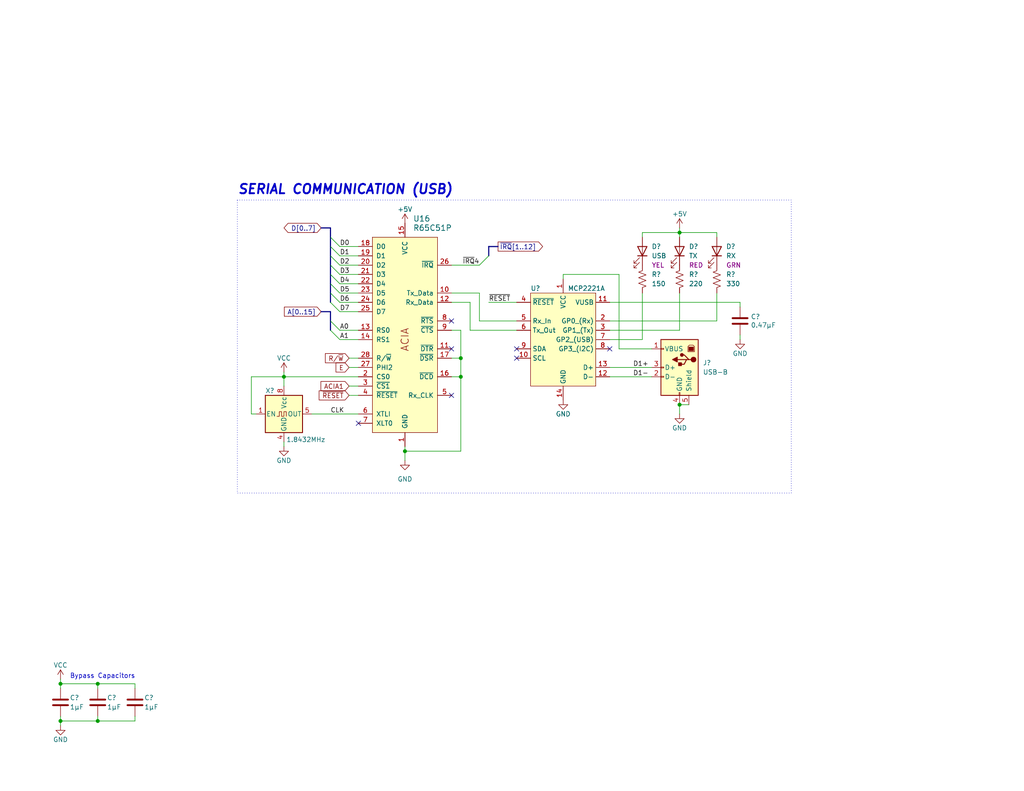
<source format=kicad_sch>
(kicad_sch (version 20230121) (generator eeschema)
  (paper "USLetter")
  (title_block (title "ACIA and Priority Interrupt Controller") (date "2024-01-16") (rev "1.0") (company "Frédéric Segard") (comment 1 "MicroHobbyist") (comment 2 "microhobbyist.com"))
  (lib_symbols
    (symbol "+5V_1" (power) (pin_names (offset 0))
      (property "Value" "+5V_1" (at 0 3.556 0))
      (symbol "+5V_1_0_1"
        (polyline (pts (xy -0.762 1.27) (xy 0 2.54)))
        (polyline (pts (xy 0 0) (xy 0 2.54)))
        (polyline (pts (xy 0 2.54) (xy 0.762 1.27)))
      )
      (symbol "+5V_1_1_1"
        (pin power_in line (at 0 0 90) (length 0) hide (name "+5V") (number "1"))
      )
    )
    (symbol "0_Library:MCP2221A"
      (property "Reference" "U" (at -10.16 1.27 0))
      (property "Value" "MCP2221A" (at 1.27 1.27 0))
      (symbol "MCP2221A_0_1"
        (rectangle (start -8.89 0) (end 8.89 -25.4) (stroke (width 0.1524)) (fill (type background)))
      )
      (symbol "MCP2221A_1_1"
        (pin power_in line (at 0 3.81 270) (length 3.81) (name "VCC") (number "1"))
        (pin bidirectional line (at -12.7 -17.78 0) (length 3.81) (name "SCL") (number "10"))
        (pin power_out line (at 12.7 -2.54 180) (length 3.81) (name "VUSB") (number "11"))
        (pin bidirectional line (at 12.7 -22.86 180) (length 3.81) (name "D-") (number "12"))
        (pin bidirectional line (at 12.7 -20.32 180) (length 3.81) (name "D+") (number "13"))
        (pin power_in line (at 0 -29.21 90) (length 3.81) (name "GND") (number "14"))
        (pin bidirectional line (at 12.7 -7.62 180) (length 3.81) (name "GP0_(Rx)") (number "2"))
        (pin bidirectional line (at 12.7 -10.16 180) (length 3.81) (name "GP1_(Tx)") (number "3"))
        (pin input line (at -12.7 -2.54 0) (length 3.81) (name "~{RESET}") (number "4"))
        (pin input line (at -12.7 -7.62 0) (length 3.81) (name "Rx_In") (number "5"))
        (pin output line (at -12.7 -10.16 0) (length 3.81) (name "Tx_Out") (number "6"))
        (pin bidirectional line (at 12.7 -12.7 180) (length 3.81) (name "GP2_(USB)") (number "7"))
        (pin bidirectional line (at 12.7 -15.24 180) (length 3.81) (name "GP3_(I2C)") (number "8"))
        (pin bidirectional line (at -12.7 -15.24 0) (length 3.81) (name "SDA") (number "9"))
      )
    )
    (symbol "0_Library:R65C51" (pin_names (offset 1.016))
      (property "Reference" "U" (at -8.89 19.05 0))
      (property "Value" "R65C51P" (at 1.27 19.05 0))
      (symbol "R65C51_0_1"
        (rectangle (start -8.89 17.78) (end 8.89 -35.56) (fill (type background)))
      )
      (symbol "R65C51_1_0"
        (text "ACIA" (at 0 -10.16 900) (effects (font (size 2 2))))
      )
      (symbol "R65C51_1_1"
        (pin power_in line (at 0 -39.37 90) (length 3.81) (name "GND") (number "1"))
        (pin output line (at 12.7 2.54 180) (length 3.81) (name "Tx_Data") (number "10"))
        (pin output line (at 12.7 -12.7 180) (length 3.81) (name "~{DTR}") (number "11"))
        (pin input line (at 12.7 0 180) (length 3.81) (name "Rx_Data") (number "12"))
        (pin input line (at -12.7 -7.62 0) (length 3.81) (name "RS0") (number "13"))
        (pin input line (at -12.7 -10.16 0) (length 3.81) (name "RS1") (number "14"))
        (pin power_in line (at 0 21.59 270) (length 3.81) (name "VCC") (number "15"))
        (pin input line (at 12.7 -20.32 180) (length 3.81) (name "~{DCD}") (number "16"))
        (pin input line (at 12.7 -15.24 180) (length 3.81) (name "~{DSR}") (number "17"))
        (pin bidirectional line (at -12.7 15.24 0) (length 3.81) (name "D0") (number "18"))
        (pin bidirectional line (at -12.7 12.7 0) (length 3.81) (name "D1") (number "19"))
        (pin input line (at -12.7 -20.32 0) (length 3.81) (name "CS0") (number "2"))
        (pin bidirectional line (at -12.7 10.16 0) (length 3.81) (name "D2") (number "20"))
        (pin bidirectional line (at -12.7 7.62 0) (length 3.81) (name "D3") (number "21"))
        (pin bidirectional line (at -12.7 5.08 0) (length 3.81) (name "D4") (number "22"))
        (pin bidirectional line (at -12.7 2.54 0) (length 3.81) (name "D5") (number "23"))
        (pin bidirectional line (at -12.7 0 0) (length 3.81) (name "D6") (number "24"))
        (pin bidirectional line (at -12.7 -2.54 0) (length 3.81) (name "D7") (number "25"))
        (pin output line (at 12.7 10.16 180) (length 3.81) (name "~{IRQ}") (number "26"))
        (pin input line (at -12.7 -17.78 0) (length 3.81) (name "PHI2") (number "27"))
        (pin input line (at -12.7 -15.24 0) (length 3.81) (name "R/~{W}") (number "28"))
        (pin input line (at -12.7 -22.86 0) (length 3.81) (name "~{CS1}") (number "3"))
        (pin input line (at -12.7 -25.4 0) (length 3.81) (name "~{RESET}") (number "4"))
        (pin bidirectional line (at 12.7 -25.4 180) (length 3.81) (name "Rx_CLK") (number "5"))
        (pin input line (at -12.7 -30.48 0) (length 3.81) (name "XTLI") (number "6"))
        (pin input line (at -12.7 -33.02 0) (length 3.81) (name "XLT0") (number "7"))
        (pin output line (at 12.7 -5.08 180) (length 3.81) (name "~{RTS}") (number "8"))
        (pin input line (at 12.7 -7.62 180) (length 3.81) (name "~{CTS}") (number "9"))
      )
    )
    (symbol "Connector:USB_B" (pin_names (offset 1.016))
      (property "Reference" "J" (at -5.08 11.43 0))
      (property "Value" "USB_B" (at -5.08 8.89 0))
      (symbol "USB_B_0_1"
        (rectangle (start -5.08 -7.62) (end 5.08 7.62) (stroke (width 0.254)) (fill (type background)))
        (circle (center -3.81 2.159) (radius 0.635) (stroke (width 0.254)) (fill (type outline)))
        (rectangle (start -3.81 5.588) (end -2.54 4.572) (fill (type outline)))
        (circle (center -0.635 3.429) (radius 0.381) (stroke (width 0.254)) (fill (type outline)))
        (rectangle (start -0.127 -7.62) (end 0.127 -6.858))
        (polyline (pts (xy -1.905 2.159) (xy 0.635 2.159)) (stroke (width 0.254)))
        (polyline (pts (xy -3.175 2.159) (xy -2.54 2.159) (xy -1.27 3.429) (xy -0.635 3.429)) (stroke (width 0.254)))
        (polyline (pts (xy -2.54 2.159) (xy -1.905 2.159) (xy -1.27 0.889) (xy 0 0.889)) (stroke (width 0.254)))
        (polyline (pts (xy 0.635 2.794) (xy 0.635 1.524) (xy 1.905 2.159) (xy 0.635 2.794)) (stroke (width 0.254)) (fill (type outline)))
        (polyline (pts (xy -4.064 4.318) (xy -2.286 4.318) (xy -2.286 5.715) (xy -2.667 6.096) (xy -3.683 6.096) (xy -4.064 5.715) (xy -4.064 4.318)))
        (rectangle (start 0.254 1.27) (end -0.508 0.508) (stroke (width 0.254)) (fill (type outline)))
        (rectangle (start 5.08 -2.667) (end 4.318 -2.413))
        (rectangle (start 5.08 -0.127) (end 4.318 0.127))
        (rectangle (start 5.08 4.953) (end 4.318 5.207))
      )
      (symbol "USB_B_1_1"
        (pin power_out line (at 7.62 5.08 180) (length 2.54) (name "VBUS") (number "1"))
        (pin bidirectional line (at 7.62 -2.54 180) (length 2.54) (name "D-") (number "2"))
        (pin bidirectional line (at 7.62 0 180) (length 2.54) (name "D+") (number "3"))
        (pin power_out line (at 0 -10.16 90) (length 2.54) (name "GND") (number "4"))
        (pin passive line (at -2.54 -10.16 90) (length 2.54) (name "Shield") (number "5"))
      )
    )
    (symbol "Device:C" (pin_numbers hide) (pin_names (offset 0.254))
      (property "Reference" "C" (at 0.635 2.54 0))
      (property "Value" "C" (at 0.635 -2.54 0))
      (symbol "C_0_1"
        (polyline (pts (xy -2.032 -0.762) (xy 2.032 -0.762)) (stroke (width 0.508)))
        (polyline (pts (xy -2.032 0.762) (xy 2.032 0.762)) (stroke (width 0.508)))
      )
      (symbol "C_1_1"
        (pin passive line (at 0 3.81 270) (length 2.794) (name "~") (number "1"))
        (pin passive line (at 0 -3.81 90) (length 2.794) (name "~") (number "2"))
      )
    )
    (symbol "Device:LED" (pin_numbers hide) (pin_names (offset 1.016) hide)
      (property "Reference" "D" (at 0 2.54 0))
      (property "Value" "LED" (at 0 -2.54 0))
      (symbol "LED_0_1"
        (polyline (pts (xy -1.27 -1.27) (xy -1.27 1.27)) (stroke (width 0.254)))
        (polyline (pts (xy -1.27 0) (xy 1.27 0)))
        (polyline (pts (xy 1.27 -1.27) (xy 1.27 1.27) (xy -1.27 0) (xy 1.27 -1.27)) (stroke (width 0.254)))
        (polyline (pts (xy -3.048 -0.762) (xy -4.572 -2.286) (xy -3.81 -2.286) (xy -4.572 -2.286) (xy -4.572 -1.524)))
        (polyline (pts (xy -1.778 -0.762) (xy -3.302 -2.286) (xy -2.54 -2.286) (xy -3.302 -2.286) (xy -3.302 -1.524)))
      )
      (symbol "LED_1_1"
        (pin passive line (at -3.81 0 0) (length 2.54) (name "K") (number "1"))
        (pin passive line (at 3.81 0 180) (length 2.54) (name "A") (number "2"))
      )
    )
    (symbol "Device:R_US" (pin_numbers hide) (pin_names (offset 0))
      (property "Reference" "R" (at 2.54 0 90))
      (property "Value" "R_US" (at -2.54 0 90))
      (symbol "R_US_0_1"
        (polyline (pts (xy 0 -2.286) (xy 0 -2.54)))
        (polyline (pts (xy 0 2.286) (xy 0 2.54)))
        (polyline (pts (xy 0 -0.762) (xy 1.016 -1.143) (xy 0 -1.524) (xy -1.016 -1.905) (xy 0 -2.286)))
        (polyline (pts (xy 0 0.762) (xy 1.016 0.381) (xy 0 0) (xy -1.016 -0.381) (xy 0 -0.762)))
        (polyline (pts (xy 0 2.286) (xy 1.016 1.905) (xy 0 1.524) (xy -1.016 1.143) (xy 0 0.762)))
      )
      (symbol "R_US_1_1"
        (pin passive line (at 0 3.81 270) (length 1.27) (name "~") (number "1"))
        (pin passive line (at 0 -3.81 90) (length 1.27) (name "~") (number "2"))
      )
    )
    (symbol "GND_1" (power) (pin_names (offset 0))
      (property "Value" "GND_1" (at 0 -3.81 0))
      (symbol "GND_1_0_1"
        (polyline (pts (xy 0 0) (xy 0 -1.27) (xy 1.27 -1.27) (xy 0 -2.54) (xy -1.27 -1.27) (xy 0 -1.27)))
      )
      (symbol "GND_1_1_1"
        (pin power_in line (at 0 0 270) (length 0) hide (name "GND") (number "1"))
      )
    )
    (symbol "Oscillator:CXO_DIP8" (pin_names (offset 0.254))
      (property "Reference" "X" (at -5.08 6.35 0))
      (property "Value" "CXO_DIP8" (at 1.27 -6.35 0))
      (symbol "CXO_DIP8_0_1"
        (rectangle (start -5.08 5.08) (end 5.08 -5.08) (stroke (width 0.254)) (fill (type background)))
        (polyline (pts (xy -1.905 -0.635) (xy -1.27 -0.635) (xy -1.27 0.635) (xy -0.635 0.635) (xy -0.635 -0.635) (xy 0 -0.635) (xy 0 0.635) (xy 0.635 0.635) (xy 0.635 -0.635)))
      )
      (symbol "CXO_DIP8_1_1"
        (pin input line (at -7.62 0 0) (length 2.54) (name "EN") (number "1"))
        (pin power_in line (at 0 -7.62 90) (length 2.54) (name "GND") (number "4"))
        (pin output line (at 7.62 0 180) (length 2.54) (name "OUT") (number "5"))
        (pin power_in line (at 0 7.62 270) (length 2.54) (name "Vcc") (number "8"))
      )
    )
    (symbol "power:GND" (power) (pin_names (offset 0))
      (property "Value" "GND" (at 0 -3.81 0))
      (symbol "GND_0_1"
        (polyline (pts (xy 0 0) (xy 0 -1.27) (xy 1.27 -1.27) (xy 0 -2.54) (xy -1.27 -1.27) (xy 0 -1.27)))
      )
      (symbol "GND_1_1"
        (pin power_in line (at 0 0 270) (length 0) hide (name "GND") (number "1"))
      )
    )
    (symbol "power:VCC" (power) (pin_names (offset 0))
      (property "Value" "VCC" (at 0 3.81 0))
      (symbol "VCC_0_1"
        (polyline (pts (xy -0.762 1.27) (xy 0 2.54)))
        (polyline (pts (xy 0 0) (xy 0 2.54)))
        (polyline (pts (xy 0 2.54) (xy 0.762 1.27)))
      )
      (symbol "VCC_1_1"
        (pin power_in line (at 0 0 90) (length 0) hide (name "VCC") (number "1"))
      )
    )
  )
  (junction (at 185.42 63.5))
  (junction (at 110.49 123.19))
  (junction (at 26.67 196.85))
  (junction (at 26.67 186.69))
  (junction (at 125.73 102.87))
  (junction (at 77.47 102.87))
  (junction (at 16.51 196.85))
  (junction (at 125.73 97.79))
  (junction (at 16.51 186.69))
  (junction (at 185.42 110.49))
  (no_connect (at 140.97 95.25))
  (no_connect (at 140.97 97.79))
  (no_connect (at 97.79 115.57))
  (no_connect (at 123.19 87.63))
  (no_connect (at 123.19 95.25))
  (no_connect (at 123.19 107.95))
  (no_connect (at 166.37 95.25))
  (bus_entry (at 90.17 80.01) (size 2.54 2.54))
  (bus_entry (at 90.17 90.17) (size 2.54 2.54))
  (bus_entry (at 90.17 77.47) (size 2.54 2.54))
  (bus_entry (at 130.81 72.39) (size 2.54 -2.54))
  (bus_entry (at 90.17 82.55) (size 2.54 2.54))
  (bus_entry (at 90.17 67.31) (size 2.54 2.54))
  (bus_entry (at 90.17 74.93) (size 2.54 2.54))
  (bus_entry (at 90.17 69.85) (size 2.54 2.54))
  (bus_entry (at 90.17 64.77) (size 2.54 2.54))
  (bus_entry (at 90.17 72.39) (size 2.54 2.54))
  (bus_entry (at 90.17 87.63) (size 2.54 2.54))
  (wire (pts (xy 92.71 80.01) (xy 97.79 80.01)))
  (wire (pts (xy 68.58 113.03) (xy 68.58 102.87)))
  (wire (pts (xy 110.49 123.19) (xy 110.49 125.73)))
  (wire (pts (xy 36.83 195.58) (xy 36.83 196.85)))
  (bus (pts (xy 90.17 67.31) (xy 90.17 64.77)))
  (wire (pts (xy 125.73 97.79) (xy 123.19 97.79)))
  (wire (pts (xy 195.58 63.5) (xy 195.58 64.77)))
  (wire (pts (xy 185.42 63.5) (xy 195.58 63.5)))
  (wire (pts (xy 26.67 195.58) (xy 26.67 196.85)))
  (wire (pts (xy 168.91 74.93) (xy 153.67 74.93)))
  (wire (pts (xy 125.73 90.17) (xy 125.73 97.79)))
  (wire (pts (xy 85.09 113.03) (xy 97.79 113.03)))
  (bus (pts (xy 87.63 62.23) (xy 90.17 62.23)))
  (bus (pts (xy 90.17 80.01) (xy 90.17 77.47)))
  (wire (pts (xy 92.71 69.85) (xy 97.79 69.85)))
  (bus (pts (xy 90.17 69.85) (xy 90.17 67.31)))
  (wire (pts (xy 36.83 186.69) (xy 36.83 187.96)))
  (wire (pts (xy 16.51 186.69) (xy 16.51 187.96)))
  (wire (pts (xy 175.26 63.5) (xy 175.26 64.77)))
  (bus (pts (xy 90.17 87.63) (xy 90.17 90.17)))
  (wire (pts (xy 166.37 102.87) (xy 177.8 102.87)))
  (wire (pts (xy 123.19 90.17) (xy 125.73 90.17)))
  (bus (pts (xy 90.17 82.55) (xy 90.17 80.01)))
  (wire (pts (xy 195.58 87.63) (xy 195.58 80.01)))
  (wire (pts (xy 95.25 107.95) (xy 97.79 107.95)))
  (wire (pts (xy 123.19 82.55) (xy 128.27 82.55)))
  (wire (pts (xy 16.51 185.42) (xy 16.51 186.69)))
  (wire (pts (xy 133.35 82.55) (xy 140.97 82.55)))
  (wire (pts (xy 110.49 123.19) (xy 110.49 121.92)))
  (bus (pts (xy 133.35 69.85) (xy 133.35 67.31)))
  (wire (pts (xy 16.51 186.69) (xy 26.67 186.69)))
  (wire (pts (xy 92.71 67.31) (xy 97.79 67.31)))
  (wire (pts (xy 125.73 123.19) (xy 110.49 123.19)))
  (wire (pts (xy 125.73 102.87) (xy 125.73 97.79)))
  (wire (pts (xy 168.91 95.25) (xy 168.91 74.93)))
  (wire (pts (xy 153.67 74.93) (xy 153.67 76.2)))
  (wire (pts (xy 185.42 110.49) (xy 185.42 113.03)))
  (wire (pts (xy 92.71 72.39) (xy 97.79 72.39)))
  (wire (pts (xy 69.85 113.03) (xy 68.58 113.03)))
  (wire (pts (xy 92.71 74.93) (xy 97.79 74.93)))
  (wire (pts (xy 130.81 87.63) (xy 130.81 80.01)))
  (wire (pts (xy 128.27 82.55) (xy 128.27 90.17)))
  (wire (pts (xy 166.37 100.33) (xy 177.8 100.33)))
  (wire (pts (xy 26.67 196.85) (xy 36.83 196.85)))
  (wire (pts (xy 77.47 102.87) (xy 97.79 102.87)))
  (wire (pts (xy 185.42 110.49) (xy 187.96 110.49)))
  (wire (pts (xy 77.47 102.87) (xy 77.47 105.41)))
  (wire (pts (xy 92.71 82.55) (xy 97.79 82.55)))
  (wire (pts (xy 130.81 80.01) (xy 123.19 80.01)))
  (wire (pts (xy 92.71 92.71) (xy 97.79 92.71)))
  (wire (pts (xy 166.37 82.55) (xy 201.93 82.55)))
  (bus (pts (xy 90.17 77.47) (xy 90.17 74.93)))
  (wire (pts (xy 175.26 80.01) (xy 175.26 92.71)))
  (wire (pts (xy 125.73 102.87) (xy 125.73 123.19)))
  (wire (pts (xy 185.42 90.17) (xy 185.42 80.01)))
  (wire (pts (xy 166.37 87.63) (xy 195.58 87.63)))
  (bus (pts (xy 90.17 74.93) (xy 90.17 72.39)))
  (wire (pts (xy 77.47 101.6) (xy 77.47 102.87)))
  (wire (pts (xy 26.67 186.69) (xy 26.67 187.96)))
  (wire (pts (xy 95.25 97.79) (xy 97.79 97.79)))
  (wire (pts (xy 201.93 83.82) (xy 201.93 82.55)))
  (wire (pts (xy 92.71 90.17) (xy 97.79 90.17)))
  (bus (pts (xy 90.17 64.77) (xy 90.17 62.23)))
  (wire (pts (xy 123.19 102.87) (xy 125.73 102.87)))
  (wire (pts (xy 166.37 90.17) (xy 185.42 90.17)))
  (wire (pts (xy 140.97 87.63) (xy 130.81 87.63)))
  (bus (pts (xy 133.35 67.31) (xy 135.89 67.31)))
  (wire (pts (xy 26.67 186.69) (xy 36.83 186.69)))
  (wire (pts (xy 92.71 85.09) (xy 97.79 85.09)))
  (wire (pts (xy 95.25 105.41) (xy 97.79 105.41)))
  (wire (pts (xy 16.51 196.85) (xy 26.67 196.85)))
  (wire (pts (xy 68.58 102.87) (xy 77.47 102.87)))
  (bus (pts (xy 90.17 87.63) (xy 90.17 85.09)))
  (wire (pts (xy 16.51 196.85) (xy 16.51 198.12)))
  (wire (pts (xy 185.42 62.23) (xy 185.42 63.5)))
  (wire (pts (xy 16.51 195.58) (xy 16.51 196.85)))
  (wire (pts (xy 95.25 100.33) (xy 97.79 100.33)))
  (wire (pts (xy 123.19 72.39) (xy 130.81 72.39)))
  (wire (pts (xy 175.26 63.5) (xy 185.42 63.5)))
  (wire (pts (xy 77.47 121.92) (xy 77.47 120.65)))
  (wire (pts (xy 128.27 90.17) (xy 140.97 90.17)))
  (wire (pts (xy 166.37 92.71) (xy 175.26 92.71)))
  (wire (pts (xy 177.8 95.25) (xy 168.91 95.25)))
  (wire (pts (xy 201.93 92.71) (xy 201.93 91.44)))
  (wire (pts (xy 185.42 63.5) (xy 185.42 64.77)))
  (wire (pts (xy 92.71 77.47) (xy 97.79 77.47)))
  (bus (pts (xy 90.17 72.39) (xy 90.17 69.85)))
  (bus (pts (xy 87.63 85.09) (xy 90.17 85.09)))
  (rectangle (start 64.77 54.61) (end 215.9 134.62) (stroke (width 0) (type dot)))
  (text "Bypass Capacitors" (at 19.05 185.42 0) (effects (font (size 1.27 1.27)) (justify left bottom)))
  (text "SERIAL COMMUNICATION (USB)" (at 64.77 53.34 0) (effects (font (size 2.54 2.54) (thickness 0.508) bold italic) (justify left bottom)))
  (label "D1+" (at 172.72 100.33 0))
  (label "A1" (at 92.71 92.71 0))
  (label "D6" (at 92.71 82.55 0))
  (label "D3" (at 92.71 74.93 0))
  (label "D5" (at 92.71 80.01 0))
  (label "~{RESET}" (at 133.35 82.55 0))
  (label "A0" (at 92.71 90.17 0))
  (label "D4" (at 92.71 77.47 0))
  (label "D1-" (at 172.72 102.87 0))
  (label "D1" (at 92.71 69.85 0))
  (label "D0" (at 92.71 67.31 0))
  (label "D2" (at 92.71 72.39 0))
  (label "~{IRQ}4" (at 130.81 72.39 180))
  (label "D7" (at 92.71 85.09 0))
  (label "CLK" (at 90.17 113.03 0))
  (global_label "D[0..7]" (shape bidirectional) (at 87.63 62.23 180) (property "Intersheetrefs" "${INTERSHEET_REFS}" (effects hide)))
  (global_label "E" (shape input) (at 95.25 100.33 180) (property "Intersheetrefs" "${INTERSHEET_REFS}" (effects hide)))
  (global_label "ACIA1" (shape input) (at 95.25 105.41 180) (property "Intersheetrefs" "${INTERSHEET_REFS}" (effects hide)))
  (global_label "~{RESET}" (shape input) (at 95.25 107.95 180) (property "Intersheetrefs" "${INTERSHEET_REFS}" (effects hide)))
  (global_label "A[0..15]" (shape input) (at 87.63 85.09 180) (property "Intersheetrefs" "${INTERSHEET_REFS}" (effects hide)))
  (global_label "R{slash}~{W}" (shape input) (at 95.25 97.79 180) (property "Intersheetrefs" "${INTERSHEET_REFS}" (effects hide)))
  (global_label "~{IRQ}[1..12]" (shape output) (at 135.89 67.31 0) (property "Intersheetrefs" "${INTERSHEET_REFS}" (effects hide)))
  (symbol (lib_id "power:GND") (at 110.49 125.73 0) (unit 1)
    (property "Reference" "#PWR055" (effects hide))
    (property "Value" "GND" (at 110.49 130.81 0))
    (instances (project "Ep4 - ACIA and priority encoder" (path "" (reference "#PWR055") (unit 1)) (path "" (reference "#PWR072") (unit 1))))
  )
  (symbol (lib_id "0_Library:R65C51") (at 110.49 82.55 0) (unit 1)
    (property "Reference" "U16" (at 112.6841 59.69 0) (effects (font (size 1.524 1.524)) (justify left)))
    (property "Value" "R65C51P" (at 112.6841 62.23 0) (effects (font (size 1.524 1.524)) (justify left)))
    (property "Footprint" "Package_DIP:DIP-28_W15.24mm_Socket" (effects hide))
    (instances (project "Ep4 - ACIA and priority encoder" (path "" (reference "U16") (unit 1)) (path "" (reference "U12") (unit 1))))
  )
  (symbol (lib_id "power:VCC") (at 77.47 101.6 0) (unit 1)
    (property "Reference" "#PWR?" (effects hide))
    (property "Value" "VCC" (at 77.47 97.79 0))
    (instances (project "Ep4 - ACIA and priority encoder" (path "" (reference "#PWR?") (unit 1)) (path "" (reference "#PWR051") (unit 1)) (path "" (reference "#PWR068") (unit 1))))
  )
  (symbol (lib_id "Device:LED") (at 185.42 68.58 270) (mirror x) (unit 1)
    (property "Reference" "D?" (at 187.96 67.31 90) (effects (justify left)))
    (property "Value" "TX" (at 187.96 69.85 90) (effects (justify left)))
    (property "Footprint" "LED_THT:LED_D3.0mm_Horizontal_O1.27mm_Z2.0mm_Clear" (effects hide))
    (property "Color" "RED" (at 187.96 72.39 90) (effects (justify left)))
    (instances (project "1 - Main CPU board with basic peripherals (rev5)" (path "" (reference "D?") (unit 1))) (project "1 - Main CPU card with CTC, SIO and PIO" (path "" (reference "D?") (unit 1)) (path "" (reference "D?") (unit 1))) (project "4 - Quad serial" (path "" (reference "D?") (unit 1))) (project "Ep4 - ACIA and priority encoder" (path "" (reference "D4") (unit 1)) (path "" (reference "D7") (unit 1))))
  )
  (symbol (lib_name "GND_1") (lib_id "power:GND") (at 201.93 92.71 0) (unit 1)
    (property "Reference" "#PWR?" (effects hide))
    (property "Value" "GND" (at 201.93 96.52 0))
    (instances (project "1 - Main CPU board with basic peripherals (rev5)" (path "" (reference "#PWR?") (unit 1))) (project "2 - CPU and memory card with the essential peripherals" (path "" (reference "#PWR?") (unit 1))) (project "4 - Quad serial" (path "" (reference "#PWR?") (unit 1)) (path "" (reference "#PWR?") (unit 1)) (path "" (reference "#PWR?") (unit 1))) (project "Ep4 - ACIA and priority encoder" (path "" (reference "#PWR065") (unit 1)) (path "" (reference "#PWR082") (unit 1))))
  )
  (symbol (lib_id "Device:C") (at 26.67 191.77 0) (unit 1)
    (property "Reference" "C?" (at 29.21 190.5 0) (effects (justify left)))
    (property "Value" "1µF" (at 29.21 193.04 0) (effects (justify left)))
    (instances (project "Ep4 - ACIA and priority encoder" (path "" (reference "C?") (unit 1)) (path "" (reference "C11") (unit 1)) (path "" (reference "C19") (unit 1)) (path "" (reference "C25") (unit 1))))
  )
  (symbol (lib_id "Device:R_US") (at 175.26 76.2 0) (mirror x) (unit 1)
    (property "Reference" "R?" (at 177.8 74.93 0) (effects (justify left)))
    (property "Value" "150" (at 177.8 77.47 0) (effects (justify left)))
    (property "Footprint" "Resistor_THT:R_Axial_DIN0207_L6.3mm_D2.5mm_P10.16mm_Horizontal" (effects hide))
    (instances (project "1 - Main CPU board with basic peripherals (rev5)" (path "" (reference "R?") (unit 1))) (project "1 - Main CPU card with CTC, SIO and PIO" (path "" (reference "R?") (unit 1)) (path "" (reference "R?") (unit 1))) (project "4 - Quad serial" (path "" (reference "R?") (unit 1))) (project "Ep4 - ACIA and priority encoder" (path "" (reference "R5") (unit 1)) (path "" (reference "R8") (unit 1))))
  )
  (symbol (lib_id "power:GND") (at 77.47 121.92 0) (unit 1)
    (property "Reference" "#PWR?" (effects hide))
    (property "Value" "GND" (at 77.47 125.73 0))
    (instances (project "Ep4 - ACIA and priority encoder" (path "" (reference "#PWR?") (unit 1)) (path "" (reference "#PWR052") (unit 1)) (path "" (reference "#PWR069") (unit 1))))
  )
  (symbol (lib_id "power:VCC") (at 16.51 185.42 0) (unit 1)
    (property "Reference" "#PWR?" (effects hide))
    (property "Value" "VCC" (at 16.51 181.61 0))
    (instances (project "Ep4 - ACIA and priority encoder" (path "" (reference "#PWR?") (unit 1)) (path "" (reference "#PWR029") (unit 1)) (path "" (reference "#PWR066") (unit 1)) (path "" (reference "#PWR083") (unit 1))))
  )
  (symbol (lib_name "+5V_1") (lib_id "power:+5V") (at 110.49 60.96 0) (unit 1)
    (property "Reference" "#PWR?" (effects hide))
    (property "Value" "+5V" (at 110.49 57.15 0))
    (instances (project "1 - Main CPU board with basic peripherals (rev5)" (path "" (reference "#PWR?") (unit 1))) (project "2 - CPU and memory card with the essential peripherals" (path "" (reference "#PWR?") (unit 1))) (project "4 - Quad serial" (path "" (reference "#PWR?") (unit 1)) (path "" (reference "#PWR?") (unit 1)) (path "" (reference "#PWR?") (unit 1))) (project "Ep4 - ACIA and priority encoder" (path "" (reference "#PWR054") (unit 1)) (path "" (reference "#PWR071") (unit 1))))
  )
  (symbol (lib_id "0_Library:MCP2221A") (at 153.67 80.01 0) (unit 1)
    (property "Reference" "U?" (at 144.78 78.74 0) (effects (justify left)))
    (property "Value" "MCP2221A" (at 154.94 78.74 0) (effects (justify left)))
    (property "Footprint" "Package_DIP:DIP-14_W7.62mm_Socket" (effects hide))
    (property "Datasheet" "https://ww1.microchip.com/downloads/aemDocuments/documents/APID/ProductDocuments/DataSheets/MCP2221A-Data-Sheet-20005565E.pdf" (effects hide))
    (instances (project "1 - Main CPU board with basic peripherals (rev5)" (path "" (reference "U?") (unit 1))) (project "4 - Quad serial" (path "" (reference "U?") (unit 1))) (project "Ep4 - ACIA and priority encoder" (path "" (reference "U14") (unit 1)) (path "" (reference "U18") (unit 1))))
  )
  (symbol (lib_id "Device:R_US") (at 185.42 76.2 0) (mirror x) (unit 1)
    (property "Reference" "R?" (at 187.96 74.93 0) (effects (justify left)))
    (property "Value" "220" (at 187.96 77.47 0) (effects (justify left)))
    (property "Footprint" "Resistor_THT:R_Axial_DIN0207_L6.3mm_D2.5mm_P10.16mm_Horizontal" (effects hide))
    (instances (project "1 - Main CPU board with basic peripherals (rev5)" (path "" (reference "R?") (unit 1))) (project "1 - Main CPU card with CTC, SIO and PIO" (path "" (reference "R?") (unit 1)) (path "" (reference "R?") (unit 1))) (project "4 - Quad serial" (path "" (reference "R?") (unit 1))) (project "Ep4 - ACIA and priority encoder" (path "" (reference "R6") (unit 1)) (path "" (reference "R9") (unit 1))))
  )
  (symbol (lib_name "GND_1") (lib_id "power:GND") (at 153.67 109.22 0) (unit 1)
    (property "Reference" "#PWR?" (effects hide))
    (property "Value" "GND" (at 153.67 113.03 0))
    (instances (project "1 - Main CPU board with basic peripherals (rev5)" (path "" (reference "#PWR?") (unit 1))) (project "2 - CPU and memory card with the essential peripherals" (path "" (reference "#PWR?") (unit 1))) (project "4 - Quad serial" (path "" (reference "#PWR?") (unit 1)) (path "" (reference "#PWR?") (unit 1)) (path "" (reference "#PWR?") (unit 1))) (project "Ep4 - ACIA and priority encoder" (path "" (reference "#PWR060") (unit 1)) (path "" (reference "#PWR077") (unit 1))))
  )
  (symbol (lib_id "Device:C") (at 201.93 87.63 0) (unit 1)
    (property "Reference" "C?" (at 204.851 86.4616 0) (effects (justify left)))
    (property "Value" "0.47µF" (at 204.851 88.773 0) (effects (justify left)))
    (property "Footprint" "Capacitor_THT:C_Disc_D3.0mm_W1.6mm_P2.50mm" (effects hide))
    (instances (project "1 - Main CPU board with basic peripherals (rev5)" (path "" (reference "C?") (unit 1))) (project "2 - CPU and memory card with the essential peripherals" (path "" (reference "C?") (unit 1))) (project "4 - Quad serial" (path "" (reference "C?") (unit 1)) (path "" (reference "C?") (unit 1)) (path "" (reference "C?") (unit 1))) (project "Ep4 - ACIA and priority encoder" (path "" (reference "C17") (unit 1)) (path "" (reference "C23") (unit 1))))
  )
  (symbol (lib_id "Device:C") (at 36.83 191.77 0) (unit 1)
    (property "Reference" "C?" (at 39.37 190.5 0) (effects (justify left)))
    (property "Value" "1µF" (at 39.37 193.04 0) (effects (justify left)))
    (instances (project "Ep4 - ACIA and priority encoder" (path "" (reference "C?") (unit 1)) (path "" (reference "C12") (unit 1)) (path "" (reference "C20") (unit 1)) (path "" (reference "C26") (unit 1))))
  )
  (symbol (lib_name "+5V_1") (lib_id "power:+5V") (at 185.42 62.23 0) (unit 1)
    (property "Reference" "#PWR?" (effects hide))
    (property "Value" "+5V" (at 185.42 58.42 0))
    (instances (project "1 - Main CPU board with basic peripherals (rev5)" (path "" (reference "#PWR?") (unit 1))) (project "2 - CPU and memory card with the essential peripherals" (path "" (reference "#PWR?") (unit 1))) (project "4 - Quad serial" (path "" (reference "#PWR?") (unit 1)) (path "" (reference "#PWR?") (unit 1)) (path "" (reference "#PWR?") (unit 1))) (project "Ep4 - ACIA and priority encoder" (path "" (reference "#PWR063") (unit 1)) (path "" (reference "#PWR080") (unit 1))))
  )
  (symbol (lib_name "GND_1") (lib_id "power:GND") (at 185.42 113.03 0) (mirror y) (unit 1)
    (property "Reference" "#PWR?" (effects hide))
    (property "Value" "GND" (at 185.42 116.84 0))
    (instances (project "1 - Main CPU board with basic peripherals (rev5)" (path "" (reference "#PWR?") (unit 1))) (project "2 - CPU and memory card with the essential peripherals" (path "" (reference "#PWR?") (unit 1))) (project "4 - Quad serial" (path "" (reference "#PWR?") (unit 1)) (path "" (reference "#PWR?") (unit 1)) (path "" (reference "#PWR?") (unit 1))) (project "Ep4 - ACIA and priority encoder" (path "" (reference "#PWR064") (unit 1)) (path "" (reference "#PWR081") (unit 1))))
  )
  (symbol (lib_id "Connector:USB_B") (at 185.42 100.33 0) (mirror y) (unit 1)
    (property "Reference" "J?" (at 191.77 99.06 0) (effects (justify right)))
    (property "Value" "USB-B" (at 191.77 101.6 0) (effects (justify right)))
    (property "Footprint" "Connector_USB:USB_B_Lumberg_2411_02_Horizontal" (effects hide))
    (property "Datasheet" " ~" (effects hide))
    (instances (project "1 - Main CPU board with basic peripherals (rev5)" (path "" (reference "J?") (unit 1))) (project "4 - Quad serial" (path "" (reference "J?") (unit 1))) (project "Ep4 - ACIA and priority encoder" (path "" (reference "J2") (unit 1)) (path "" (reference "J3") (unit 1))))
  )
  (symbol (lib_id "Device:LED") (at 195.58 68.58 270) (mirror x) (unit 1)
    (property "Reference" "D?" (at 198.12 67.31 90) (effects (justify left)))
    (property "Value" "RX" (at 198.12 69.85 90) (effects (justify left)))
    (property "Footprint" "LED_THT:LED_D3.0mm_Horizontal_O1.27mm_Z2.0mm_Clear" (effects hide))
    (property "Color" "GRN" (at 198.12 72.39 90) (effects (justify left)))
    (instances (project "1 - Main CPU board with basic peripherals (rev5)" (path "" (reference "D?") (unit 1))) (project "1 - Main CPU card with CTC, SIO and PIO" (path "" (reference "D?") (unit 1)) (path "" (reference "D?") (unit 1))) (project "4 - Quad serial" (path "" (reference "D?") (unit 1))) (project "Ep4 - ACIA and priority encoder" (path "" (reference "D5") (unit 1)) (path "" (reference "D8") (unit 1))))
  )
  (symbol (lib_id "Device:LED") (at 175.26 68.58 270) (mirror x) (unit 1)
    (property "Reference" "D?" (at 177.8 67.31 90) (effects (justify left)))
    (property "Value" "USB" (at 177.8 69.85 90) (effects (justify left)))
    (property "Footprint" "LED_THT:LED_D3.0mm_Horizontal_O1.27mm_Z2.0mm_Clear" (effects hide))
    (property "Color" "YEL" (at 177.8 72.39 90) (effects (justify left)))
    (instances (project "1 - Main CPU board with basic peripherals (rev5)" (path "" (reference "D?") (unit 1))) (project "1 - Main CPU card with CTC, SIO and PIO" (path "" (reference "D?") (unit 1)) (path "" (reference "D?") (unit 1))) (project "4 - Quad serial" (path "" (reference "D?") (unit 1))) (project "Ep4 - ACIA and priority encoder" (path "" (reference "D3") (unit 1)) (path "" (reference "D6") (unit 1))))
  )
  (symbol (lib_id "Device:C") (at 16.51 191.77 0) (unit 1)
    (property "Reference" "C?" (at 19.05 190.5 0) (effects (justify left)))
    (property "Value" "1µF" (at 19.05 193.04 0) (effects (justify left)))
    (instances (project "Ep4 - ACIA and priority encoder" (path "" (reference "C?") (unit 1)) (path "" (reference "C10") (unit 1)) (path "" (reference "C18") (unit 1)) (path "" (reference "C24") (unit 1))))
  )
  (symbol (lib_id "Device:R_US") (at 195.58 76.2 0) (mirror x) (unit 1)
    (property "Reference" "R?" (at 198.12 74.93 0) (effects (justify left)))
    (property "Value" "330" (at 198.12 77.47 0) (effects (justify left)))
    (property "Footprint" "Resistor_THT:R_Axial_DIN0207_L6.3mm_D2.5mm_P10.16mm_Horizontal" (effects hide))
    (instances (project "1 - Main CPU board with basic peripherals (rev5)" (path "" (reference "R?") (unit 1))) (project "1 - Main CPU card with CTC, SIO and PIO" (path "" (reference "R?") (unit 1)) (path "" (reference "R?") (unit 1))) (project "4 - Quad serial" (path "" (reference "R?") (unit 1))) (project "Ep4 - ACIA and priority encoder" (path "" (reference "R7") (unit 1)) (path "" (reference "R10") (unit 1))))
  )
  (symbol (lib_id "Oscillator:CXO_DIP8") (at 77.47 113.03 0) (unit 1)
    (property "Reference" "X?" (at 73.66 106.68 0))
    (property "Value" "1.8432MHz" (at 78.105 120.015 0) (effects (justify left)))
    (property "Footprint" "Oscillator:Oscillator_DIP-8" (effects hide))
    (property "Datasheet" "http://cdn-reichelt.de/documents/datenblatt/B400/OSZI.pdf" (effects hide))
    (instances (project "Ep4 - ACIA and priority encoder" (path "" (reference "X?") (unit 1)) (path "" (reference "X2") (unit 1)) (path "" (reference "X3") (unit 1))))
  )
  (symbol (lib_id "power:GND") (at 16.51 198.12 0) (unit 1)
    (property "Reference" "#PWR?" (effects hide))
    (property "Value" "GND" (at 16.51 201.93 0))
    (instances (project "Ep4 - ACIA and priority encoder" (path "" (reference "#PWR?") (unit 1)) (path "" (reference "#PWR030") (unit 1)) (path "" (reference "#PWR067") (unit 1)) (path "" (reference "#PWR084") (unit 1))))
  )
)
</source>
